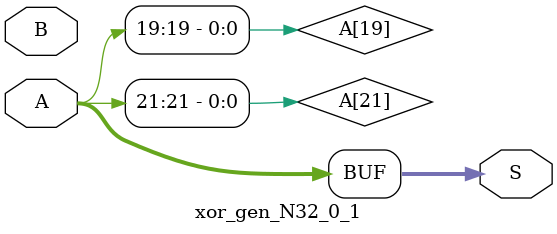
<source format=v>
module xor_gen_N32_0_1 ( A, B, S );
  input [31:0] A;
  output [31:0] S;
  input B;
  wire   \A[21] , \A[19] ;
  assign S[31] = A[31];
  assign S[30] = A[30];
  assign S[29] = A[29];
  assign S[28] = A[28];
  assign S[27] = A[27];
  assign S[26] = A[26];
  assign S[25] = A[25];
  assign S[24] = A[24];
  assign S[23] = A[23];
  assign S[22] = A[22];
  assign S[20] = A[20];
  assign S[18] = A[18];
  assign S[17] = A[17];
  assign S[16] = A[16];
  assign S[15] = A[15];
  assign S[14] = A[14];
  assign S[13] = A[13];
  assign S[12] = A[12];
  assign S[11] = A[11];
  assign S[10] = A[10];
  assign S[9] = A[9];
  assign S[8] = A[8];
  assign S[7] = A[7];
  assign S[6] = A[6];
  assign S[5] = A[5];
  assign S[4] = A[4];
  assign S[3] = A[3];
  assign S[2] = A[2];
  assign S[1] = A[1];
  assign S[0] = A[0];
  assign S[21] = \A[21] ;
  assign \A[21]  = A[21];
  assign S[19] = \A[19] ;
  assign \A[19]  = A[19];
endmodule
</source>
